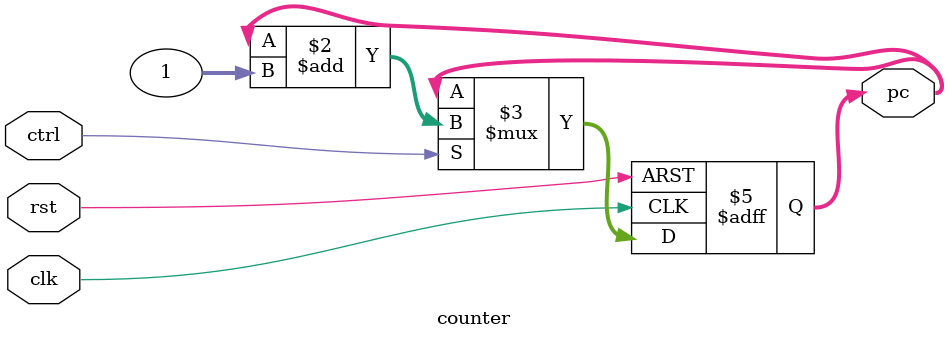
<source format=v>
module counter(
    input clk,
    input rst,
    input ctrl,
    output reg [31:0] pc
);

always @(posedge clk or posedge rst)
begin
   if (rst)
      pc <= 32'd0;
   else if (ctrl)
       pc <= pc + 1;
       
end

endmodule
</source>
